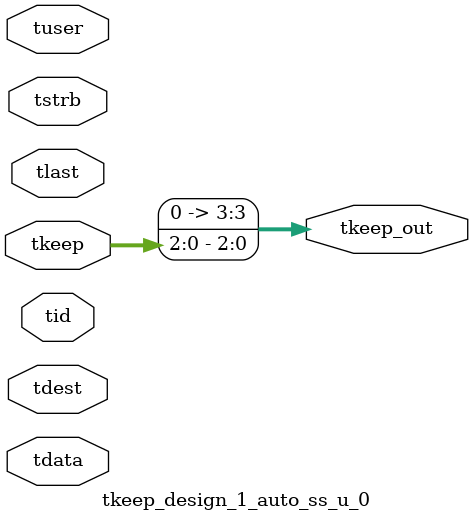
<source format=v>


`timescale 1ps/1ps

module tkeep_design_1_auto_ss_u_0 #
(
parameter C_S_AXIS_TDATA_WIDTH = 32,
parameter C_S_AXIS_TUSER_WIDTH = 0,
parameter C_S_AXIS_TID_WIDTH   = 0,
parameter C_S_AXIS_TDEST_WIDTH = 0,
parameter C_M_AXIS_TDATA_WIDTH = 32
)
(
input  [(C_S_AXIS_TDATA_WIDTH == 0 ? 1 : C_S_AXIS_TDATA_WIDTH)-1:0     ] tdata,
input  [(C_S_AXIS_TUSER_WIDTH == 0 ? 1 : C_S_AXIS_TUSER_WIDTH)-1:0     ] tuser,
input  [(C_S_AXIS_TID_WIDTH   == 0 ? 1 : C_S_AXIS_TID_WIDTH)-1:0       ] tid,
input  [(C_S_AXIS_TDEST_WIDTH == 0 ? 1 : C_S_AXIS_TDEST_WIDTH)-1:0     ] tdest,
input  [(C_S_AXIS_TDATA_WIDTH/8)-1:0 ] tkeep,
input  [(C_S_AXIS_TDATA_WIDTH/8)-1:0 ] tstrb,
input                                                                    tlast,
output [(C_M_AXIS_TDATA_WIDTH/8)-1:0 ] tkeep_out
);

assign tkeep_out = {tkeep[2:0]};

endmodule


</source>
